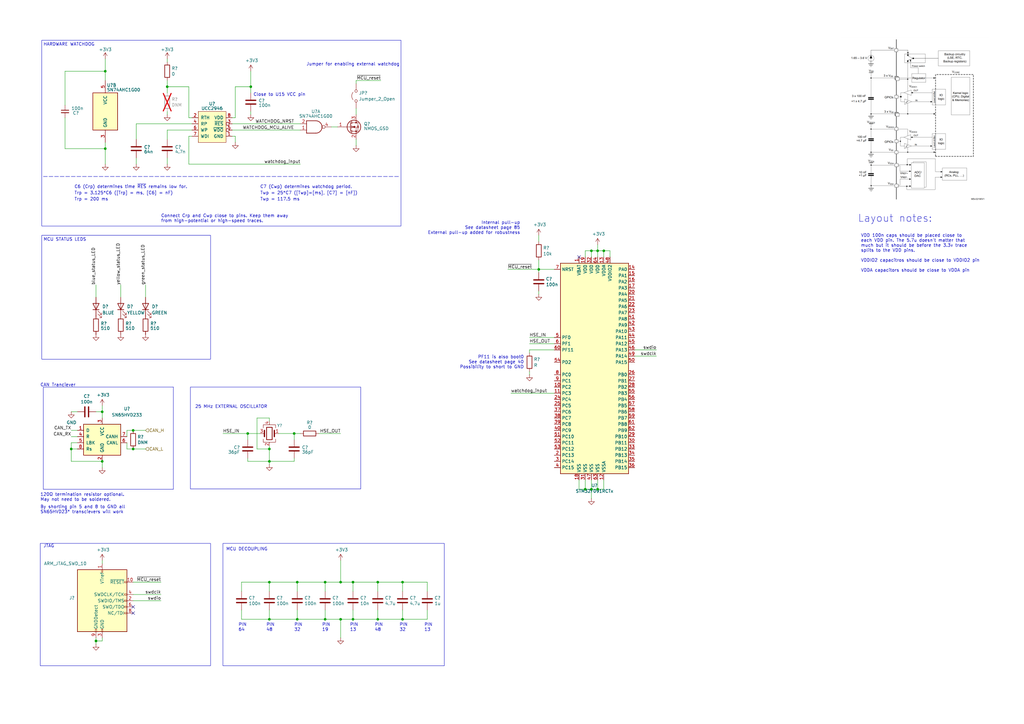
<source format=kicad_sch>
(kicad_sch (version 20250114) (generator "eeschema") (generator_version "9.0")
  (paper "A3")
  (title_block (title "Schematic Blocks") (date "2025-05-06") (rev "1.1") (company "KTH Formula Student") (comment 1 " - ") (comment 2 "Emil Nordahl") (comment 3 "emil.nordahl@kthformulastudent.se") (comment 4 "Top page"))
  (lib_symbols
    (symbol "Device:C" (pin_numbers (hide yes)) (pin_names (offset 0.254))
      (property "Reference" "C" (at 0.635 2.54 0))
      (property "Value" "C" (at 0.635 -2.54 0))
      (symbol "C_0_1"
        (polyline (pts (xy -2.032 0.762) (xy 2.032 0.762)) (stroke (width 0.508)))
        (polyline (pts (xy -2.032 -0.762) (xy 2.032 -0.762)) (stroke (width 0.508)))
      )
      (symbol "C_1_1"
        (pin passive line (at 0 3.81 270) (length 2.794) (name "~") (number "1"))
        (pin passive line (at 0 -3.81 90) (length 2.794) (name "~") (number "2"))
      )
    )
    (symbol "Device:C_Small" (pin_numbers (hide yes)) (pin_names (offset 0.254) (hide yes))
      (property "Reference" "C" (at 0.254 1.778 0))
      (property "Value" "C_Small" (at 0.254 -2.032 0))
      (symbol "C_Small_0_1"
        (polyline (pts (xy -1.524 0.508) (xy 1.524 0.508)) (stroke (width 0.3048)))
        (polyline (pts (xy -1.524 -0.508) (xy 1.524 -0.508)) (stroke (width 0.3302)))
      )
      (symbol "C_Small_1_1"
        (pin passive line (at 0 2.54 270) (length 2.032) (name "~") (number "1"))
        (pin passive line (at 0 -2.54 90) (length 2.032) (name "~") (number "2"))
      )
    )
    (symbol "Device:Crystal_GND24" (pin_names (offset 1.016) (hide yes))
      (property "Reference" "Y" (at 3.175 5.08 0))
      (property "Value" "Crystal_GND24" (at 3.175 3.175 0))
      (symbol "Crystal_GND24_0_1"
        (polyline (pts (xy -2.54 2.286) (xy -2.54 3.556) (xy 2.54 3.556) (xy 2.54 2.286)))
        (polyline (pts (xy -2.54 0) (xy -2.032 0)))
        (polyline (pts (xy -2.54 -2.286) (xy -2.54 -3.556) (xy 2.54 -3.556) (xy 2.54 -2.286)))
        (polyline (pts (xy -2.032 -1.27) (xy -2.032 1.27)) (stroke (width 0.508)))
        (rectangle (start -1.143 2.54) (end 1.143 -2.54) (stroke (width 0.3048)))
        (polyline (pts (xy 0 3.556) (xy 0 3.81)))
        (polyline (pts (xy 0 -3.81) (xy 0 -3.556)))
        (polyline (pts (xy 2.032 0) (xy 2.54 0)))
        (polyline (pts (xy 2.032 -1.27) (xy 2.032 1.27)) (stroke (width 0.508)))
      )
      (symbol "Crystal_GND24_1_1"
        (pin passive line (at -3.81 0 0) (length 1.27) (name "1") (number "1"))
        (pin passive line (at 0 5.08 270) (length 1.27) (name "2") (number "2"))
        (pin passive line (at 0 -5.08 90) (length 1.27) (name "4") (number "4"))
        (pin passive line (at 3.81 0 180) (length 1.27) (name "3") (number "3"))
      )
    )
    (symbol "Device:LED" (pin_numbers (hide yes)) (pin_names (offset 1.016) (hide yes))
      (property "Reference" "D" (at 0 2.54 0))
      (property "Value" "LED" (at 0 -2.54 0))
      (symbol "LED_0_1"
        (polyline (pts (xy -3.048 -0.762) (xy -4.572 -2.286) (xy -3.81 -2.286) (xy -4.572 -2.286) (xy -4.572 -1.524)))
        (polyline (pts (xy -1.778 -0.762) (xy -3.302 -2.286) (xy -2.54 -2.286) (xy -3.302 -2.286) (xy -3.302 -1.524)))
        (polyline (pts (xy -1.27 0) (xy 1.27 0)))
        (polyline (pts (xy -1.27 -1.27) (xy -1.27 1.27)) (stroke (width 0.254)))
        (polyline (pts (xy 1.27 -1.27) (xy 1.27 1.27) (xy -1.27 0) (xy 1.27 -1.27)) (stroke (width 0.254)))
      )
      (symbol "LED_1_1"
        (pin passive line (at -3.81 0 0) (length 2.54) (name "K") (number "1"))
        (pin passive line (at 3.81 0 180) (length 2.54) (name "A") (number "2"))
      )
    )
    (symbol "Device:R" (pin_numbers (hide yes)) (pin_names (offset 0))
      (property "Reference" "R" (at 2.032 0 90))
      (property "Value" "R" (at 0 0 90))
      (symbol "R_0_1"
        (rectangle (start -1.016 -2.54) (end 1.016 2.54) (stroke (width 0.254)))
      )
      (symbol "R_1_1"
        (pin passive line (at 0 3.81 270) (length 1.27) (name "~") (number "1"))
        (pin passive line (at 0 -3.81 90) (length 1.27) (name "~") (number "2"))
      )
    )
    (symbol "Interface_CAN_LIN:SN65HVD233" (pin_names (offset 1.016))
      (property "Reference" "U" (at -2.54 10.16 0))
      (property "Value" "SN65HVD233" (at -2.54 7.62 0))
      (symbol "SN65HVD233_0_1"
        (rectangle (start -7.62 5.08) (end 7.62 -7.62) (stroke (width 0.254)) (fill (type background)))
      )
      (symbol "SN65HVD233_1_1"
        (pin input line (at -10.16 2.54 0) (length 2.54) (name "D") (number "1"))
        (pin output line (at -10.16 0 0) (length 2.54) (name "R") (number "4"))
        (pin input line (at -10.16 -2.54 0) (length 2.54) (name "LBK") (number "5"))
        (pin input line (at -10.16 -5.08 0) (length 2.54) (name "Rs") (number "8"))
        (pin power_in line (at 0 7.62 270) (length 2.54) (name "VCC") (number "3"))
        (pin power_in line (at 0 -10.16 90) (length 2.54) (name "GND") (number "2"))
        (pin bidirectional line (at 10.16 0 180) (length 2.54) (name "CANH") (number "7"))
        (pin bidirectional line (at 10.16 -2.54 180) (length 2.54) (name "CANL") (number "6"))
      )
    )
    (symbol "Jumper:Jumper_2_Open" (pin_numbers (hide yes)) (pin_names (offset 0) (hide yes))
      (property "Reference" "JP" (at 0 2.794 0))
      (property "Value" "Jumper_2_Open" (at 0 -2.286 0))
      (symbol "Jumper_2_Open_0_0"
        (circle (center -2.032 0) (radius 0.508))
        (circle (center 2.032 0) (radius 0.508))
      )
      (symbol "Jumper_2_Open_0_1"
        (arc (start -1.524 1.27) (mid 0 1.778) (end 1.524 1.27))
      )
      (symbol "Jumper_2_Open_1_1"
        (pin passive line (at -5.08 0 0) (length 2.54) (name "A") (number "1"))
        (pin passive line (at 5.08 0 180) (length 2.54) (name "B") (number "2"))
      )
    )
    (symbol "KTHFS:ARM_JTAG_SWD_10" (pin_names (offset 1.016))
      (property "Reference" "J" (at 0 0 0))
      (property "Value" "ARM_JTAG_SWD_10" (at 0 0 0))
      (symbol "ARM_JTAG_SWD_10_1_1"
        (rectangle (start -10.16 13.97) (end 10.16 -11.43) (stroke (width 0.254)) (fill (type background)))
        (rectangle (start -2.794 -11.43) (end -2.286 -10.414))
        (rectangle (start -0.254 13.97) (end 0.254 12.954))
        (rectangle (start -0.254 -11.43) (end 0.254 -10.414))
        (rectangle (start 9.144 3.556) (end 10.16 4.064))
        (rectangle (start 9.144 -4.064) (end 10.16 -3.556))
        (rectangle (start 10.16 9.144) (end 9.144 8.636))
        (rectangle (start 10.16 1.016) (end 9.144 1.524))
        (rectangle (start 10.16 -1.524) (end 9.144 -1.016))
        (pin no_connect line (at -10.16 1.27 0) (length 2.54) (hide yes) (name "KEY") (number "7"))
        (pin passive line (at -2.54 -13.97 90) (length 2.54) (name "GNDDetect") (number "9"))
        (pin power_in line (at 0 16.51 270) (length 2.54) (name "VTref") (number "1"))
        (pin power_in line (at 0 -13.97 90) (length 2.54) (name "GND") (number "3"))
        (pin passive line (at 0 -13.97 90) (length 2.54) (hide yes) (name "GND") (number "5"))
        (pin open_collector line (at 12.7 8.89 180) (length 2.54) (name "~{RESET}") (number "10"))
        (pin output line (at 12.7 3.81 180) (length 2.54) (name "SWDCLK/TCK") (number "4"))
        (pin bidirectional line (at 12.7 1.27 180) (length 2.54) (name "SWDIO/TMS") (number "2"))
        (pin input line (at 12.7 -1.27 180) (length 2.54) (name "SWO/TDO") (number "6"))
        (pin output line (at 12.7 -3.81 180) (length 2.54) (name "NC/TDI") (number "8"))
      )
    )
    (symbol "KTHFS:SN74AHC1G00" (pin_names (offset 1.016))
      (property "Reference" "U" (at 5.08 -1.27 0))
      (property "Value" "SN74AHC1G00" (at -11.43 8.89 0))
      (symbol "SN74AHC1G00_1_1"
        (polyline (pts (xy -3.81 2.54) (xy -3.81 -2.54)) (stroke (width 0.254)))
        (arc (start 2.54 0) (mid 1.7834 -1.7834) (end 0 -2.54) (stroke (width 0.254)))
        (polyline (pts (xy 0 2.54) (xy -3.81 2.54)) (stroke (width 0.254)) (fill (type background)))
        (polyline (pts (xy 0 -2.54) (xy -3.81 -2.54)) (stroke (width 0.254)) (fill (type background)))
        (arc (start 0 2.54) (mid 1.8013 1.8013) (end 2.54 0) (stroke (width 0.254)))
        (pin input line (at -6.35 1.27 0) (length 2.54) (name "~") (number "1"))
        (pin input line (at -6.35 -1.27 0) (length 2.54) (name "~") (number "2"))
        (pin output inverted (at 6.35 0 180) (length 3.81) (name "~") (number "4"))
      )
      (symbol "SN74AHC1G00_2_1"
        (rectangle (start -5.08 7.62) (end 5.08 -7.62) (stroke (width 0.254)) (fill (type background)))
        (pin power_in line (at 0 12.7 270) (length 5.08) (name "VCC") (number "5"))
        (pin power_in line (at 0 -12.7 90) (length 5.08) (name "GND") (number "3"))
      )
    )
    (symbol "KTHFS:UCC2946" (pin_names (offset 1.016))
      (property "Reference" "U" (at -3.81 8.89 0))
      (property "Value" "UCC2946" (at 1.27 -6.35 0))
      (symbol "UCC2946_0_1"
        (rectangle (start 6.35 7.62) (end -5.08 -5.08) (fill (type background)))
      )
      (symbol "UCC2946_1_1"
        (pin input line (at -7.62 5.08 0) (length 2.54) (name "RTH") (number "2"))
        (pin input line (at -7.62 2.54 0) (length 2.54) (name "RP") (number "4"))
        (pin input line (at -7.62 0 0) (length 2.54) (name "WP") (number "6"))
        (pin input line (at -7.62 -2.54 0) (length 2.54) (name "WDI") (number "7"))
        (pin power_in line (at 8.89 5.08 180) (length 2.54) (name "VDD") (number "8"))
        (pin output inverted (at 8.89 2.54 180) (length 2.54) (name "~{RES}") (number "3"))
        (pin output inverted (at 8.89 0 180) (length 2.54) (name "~{WDO}") (number "5"))
        (pin power_in line (at 8.89 -2.54 180) (length 2.54) (name "GND") (number "1"))
      )
    )
    (symbol "Transistor_FET:Q_NMOS_GSD" (pin_names (offset 0) (hide yes))
      (property "Reference" "Q" (at 5.08 1.905 0))
      (property "Value" "Q_NMOS_GSD" (at 5.08 0 0))
      (symbol "Q_NMOS_GSD_0_1"
        (polyline (pts (xy 0.254 1.905) (xy 0.254 -1.905)) (stroke (width 0.254)))
        (polyline (pts (xy 0.254 0) (xy -2.54 0)))
        (polyline (pts (xy 0.762 2.286) (xy 0.762 1.27)) (stroke (width 0.254)))
        (polyline (pts (xy 0.762 0.508) (xy 0.762 -0.508)) (stroke (width 0.254)))
        (polyline (pts (xy 0.762 -1.27) (xy 0.762 -2.286)) (stroke (width 0.254)))
        (polyline (pts (xy 0.762 -1.778) (xy 3.302 -1.778) (xy 3.302 1.778) (xy 0.762 1.778)))
        (polyline (pts (xy 1.016 0) (xy 2.032 0.381) (xy 2.032 -0.381) (xy 1.016 0)) (fill (type outline)))
        (circle (center 1.651 0) (radius 2.794) (stroke (width 0.254)))
        (polyline (pts (xy 2.54 2.54) (xy 2.54 1.778)))
        (circle (center 2.54 1.778) (radius 0.254) (fill (type outline)))
        (circle (center 2.54 -1.778) (radius 0.254) (fill (type outline)))
        (polyline (pts (xy 2.54 -2.54) (xy 2.54 0) (xy 0.762 0)))
        (polyline (pts (xy 2.921 0.381) (xy 3.683 0.381)))
        (polyline (pts (xy 3.302 0.381) (xy 2.921 -0.254) (xy 3.683 -0.254) (xy 3.302 0.381)))
      )
      (symbol "Q_NMOS_GSD_1_1"
        (pin input line (at -5.08 0 0) (length 2.54) (name "G") (number "1"))
        (pin passive line (at 2.54 5.08 270) (length 2.54) (name "D") (number "3"))
        (pin passive line (at 2.54 -5.08 90) (length 2.54) (name "S") (number "2"))
      )
    )
    (symbol "blocks-rescue:+3.3V-power" (power) (pin_names (offset 0))
      (property "Value" "+3.3V-power" (at 0 3.556 0))
      (symbol "+3.3V-power_0_1"
        (polyline (pts (xy -0.762 1.27) (xy 0 2.54)))
        (polyline (pts (xy 0 2.54) (xy 0.762 1.27)))
        (polyline (pts (xy 0 0) (xy 0 2.54)))
      )
      (symbol "+3.3V-power_1_1"
        (pin power_in line (at 0 0 90) (length 0) (hide yes) (name "+3V3") (number "1"))
      )
    )
    (symbol "blocks-rescue:STM32F091RCTx-MCU_ST_STM32F0"
      (property "Reference" "U" (at -15.24 44.45 0))
      (property "Value" "MCU_ST_STM32F0_STM32F091RCTx" (at 7.62 44.45 0))
      (symbol "STM32F091RCTx-MCU_ST_STM32F0_0_1"
        (rectangle (start -15.24 -43.18) (end 12.7 43.18) (stroke (width 0.254)) (fill (type background)))
      )
      (symbol "STM32F091RCTx-MCU_ST_STM32F0_1_1"
        (pin input line (at -17.78 40.64 0) (length 2.54) (name "NRST") (number "7"))
        (pin input line (at -17.78 12.7 0) (length 2.54) (name "PF0") (number "5"))
        (pin input line (at -17.78 10.16 0) (length 2.54) (name "PF1") (number "6"))
        (pin bidirectional line (at -17.78 7.62 0) (length 2.54) (name "PF11") (number "60"))
        (pin bidirectional line (at -17.78 2.54 0) (length 2.54) (name "PD2") (number "54"))
        (pin bidirectional line (at -17.78 -2.54 0) (length 2.54) (name "PC0") (number "8"))
        (pin bidirectional line (at -17.78 -5.08 0) (length 2.54) (name "PC1") (number "9"))
        (pin bidirectional line (at -17.78 -7.62 0) (length 2.54) (name "PC2") (number "10"))
        (pin bidirectional line (at -17.78 -10.16 0) (length 2.54) (name "PC3") (number "11"))
        (pin bidirectional line (at -17.78 -12.7 0) (length 2.54) (name "PC4") (number "24"))
        (pin bidirectional line (at -17.78 -15.24 0) (length 2.54) (name "PC5") (number "25"))
        (pin bidirectional line (at -17.78 -17.78 0) (length 2.54) (name "PC6") (number "37"))
        (pin bidirectional line (at -17.78 -20.32 0) (length 2.54) (name "PC7") (number "38"))
        (pin bidirectional line (at -17.78 -22.86 0) (length 2.54) (name "PC8") (number "39"))
        (pin bidirectional line (at -17.78 -25.4 0) (length 2.54) (name "PC9") (number "40"))
        (pin bidirectional line (at -17.78 -27.94 0) (length 2.54) (name "PC10") (number "51"))
        (pin bidirectional line (at -17.78 -30.48 0) (length 2.54) (name "PC11") (number "52"))
        (pin bidirectional line (at -17.78 -33.02 0) (length 2.54) (name "PC12") (number "53"))
        (pin bidirectional line (at -17.78 -35.56 0) (length 2.54) (name "PC13") (number "2"))
        (pin bidirectional line (at -17.78 -38.1 0) (length 2.54) (name "PC14") (number "3"))
        (pin bidirectional line (at -17.78 -40.64 0) (length 2.54) (name "PC15") (number "4"))
        (pin power_in line (at -7.62 45.72 270) (length 2.54) (name "VBAT") (number "1"))
        (pin power_in line (at -7.62 -45.72 90) (length 2.54) (name "VSS") (number "18"))
        (pin power_in line (at -5.08 45.72 270) (length 2.54) (name "VDD") (number "19"))
        (pin power_in line (at -5.08 -45.72 90) (length 2.54) (name "VSS") (number "31"))
        (pin power_in line (at -2.54 45.72 270) (length 2.54) (name "VDD") (number "32"))
        (pin power_in line (at -2.54 -45.72 90) (length 2.54) (name "VSS") (number "47"))
        (pin power_in line (at 0 45.72 270) (length 2.54) (name "VDD") (number "64"))
        (pin power_in line (at 0 -45.72 90) (length 2.54) (name "VSS") (number "63"))
        (pin power_in line (at 2.54 45.72 270) (length 2.54) (name "VDDA") (number "13"))
        (pin power_in line (at 2.54 -45.72 90) (length 2.54) (name "VSSA") (number "12"))
        (pin power_in line (at 5.08 45.72 270) (length 2.54) (name "VDDIO2") (number "48"))
        (pin bidirectional line (at 15.24 40.64 180) (length 2.54) (name "PA0") (number "14"))
        (pin bidirectional line (at 15.24 38.1 180) (length 2.54) (name "PA1") (number "15"))
        (pin bidirectional line (at 15.24 35.56 180) (length 2.54) (name "PA2") (number "16"))
        (pin bidirectional line (at 15.24 33.02 180) (length 2.54) (name "PA3") (number "17"))
        (pin bidirectional line (at 15.24 30.48 180) (length 2.54) (name "PA4") (number "20"))
        (pin bidirectional line (at 15.24 27.94 180) (length 2.54) (name "PA5") (number "21"))
        (pin bidirectional line (at 15.24 25.4 180) (length 2.54) (name "PA6") (number "22"))
        (pin bidirectional line (at 15.24 22.86 180) (length 2.54) (name "PA7") (number "23"))
        (pin bidirectional line (at 15.24 20.32 180) (length 2.54) (name "PA8") (number "41"))
        (pin bidirectional line (at 15.24 17.78 180) (length 2.54) (name "PA9") (number "42"))
        (pin bidirectional line (at 15.24 15.24 180) (length 2.54) (name "PA10") (number "43"))
        (pin bidirectional line (at 15.24 12.7 180) (length 2.54) (name "PA11") (number "44"))
        (pin bidirectional line (at 15.24 10.16 180) (length 2.54) (name "PA12") (number "45"))
        (pin bidirectional line (at 15.24 7.62 180) (length 2.54) (name "PA13") (number "46"))
        (pin bidirectional line (at 15.24 5.08 180) (length 2.54) (name "PA14") (number "49"))
        (pin bidirectional line (at 15.24 2.54 180) (length 2.54) (name "PA15") (number "50"))
        (pin bidirectional line (at 15.24 -2.54 180) (length 2.54) (name "PB0") (number "26"))
        (pin bidirectional line (at 15.24 -5.08 180) (length 2.54) (name "PB1") (number "27"))
        (pin bidirectional line (at 15.24 -7.62 180) (length 2.54) (name "PB2") (number "28"))
        (pin bidirectional line (at 15.24 -10.16 180) (length 2.54) (name "PB3") (number "55"))
        (pin bidirectional line (at 15.24 -12.7 180) (length 2.54) (name "PB4") (number "56"))
        (pin bidirectional line (at 15.24 -15.24 180) (length 2.54) (name "PB5") (number "57"))
        (pin bidirectional line (at 15.24 -17.78 180) (length 2.54) (name "PB6") (number "58"))
        (pin bidirectional line (at 15.24 -20.32 180) (length 2.54) (name "PB7") (number "59"))
        (pin bidirectional line (at 15.24 -22.86 180) (length 2.54) (name "PB8") (number "61"))
        (pin bidirectional line (at 15.24 -25.4 180) (length 2.54) (name "PB9") (number "62"))
        (pin bidirectional line (at 15.24 -27.94 180) (length 2.54) (name "PB10") (number "29"))
        (pin bidirectional line (at 15.24 -30.48 180) (length 2.54) (name "PB11") (number "30"))
        (pin bidirectional line (at 15.24 -33.02 180) (length 2.54) (name "PB12") (number "33"))
        (pin bidirectional line (at 15.24 -35.56 180) (length 2.54) (name "PB13") (number "34"))
        (pin bidirectional line (at 15.24 -38.1 180) (length 2.54) (name "PB14") (number "35"))
        (pin bidirectional line (at 15.24 -40.64 180) (length 2.54) (name "PB15") (number "36"))
      )
    )
    (symbol "power:+3.3V" (power) (pin_numbers (hide yes)) (pin_names (offset 0) (hide yes))
      (property "Value" "+3.3V" (at 0 3.556 0))
      (symbol "+3.3V_0_1"
        (polyline (pts (xy -0.762 1.27) (xy 0 2.54)))
        (polyline (pts (xy 0 2.54) (xy 0.762 1.27)))
        (polyline (pts (xy 0 0) (xy 0 2.54)))
      )
      (symbol "+3.3V_1_1"
        (pin power_in line (at 0 0 90) (length 0) (name "~") (number "1"))
      )
    )
    (symbol "power:GND" (power) (pin_numbers (hide yes)) (pin_names (offset 0) (hide yes))
      (property "Value" "GND" (at 0 -3.81 0))
      (symbol "GND_0_1"
        (polyline (pts (xy 0 0) (xy 0 -1.27) (xy 1.27 -1.27) (xy 0 -2.54) (xy -1.27 -1.27) (xy 0 -1.27)))
      )
      (symbol "GND_1_1"
        (pin power_in line (at 0 0 270) (length 0) (name "~") (number "1"))
      )
    )
  )
  (rectangle (start 17.145 96.52) (end 86.36 147.32))
  (rectangle (start 16.51 222.885) (end 86.36 273.05))
  (rectangle (start 78.105 158.75) (end 147.955 200.533))
  (rectangle (start 17.145 16.51) (end 164.465 92.71))
  (rectangle (start 91.44 222.885) (end 182.245 273.05))
  (text "C7 (Cwp) determines watchdog period." (at 106.68 77.47 0) (effects (font (size 1.27 1.27)) (justify left bottom)))
  (text "PIN\n13" (at 173.99 259.08 0) (effects (font (size 1.27 1.27)) (justify left bottom)))
  (text "Twp = 25*C7 ([Twp]=[ms], [C7] = [nF])" (at 106.68 80.01 0) (effects (font (size 1.27 1.27)) (justify left bottom)))
  (text "PIN\n19" (at 132.08 259.08 0) (effects (font (size 1.27 1.27)) (justify left bottom)))
  (text "MCU DECOUPLING" (at 92.71 226.06 0) (effects (font (size 1.27 1.27)) (justify left bottom)))
  (text "Twp = 117.5 ms" (at 106.68 82.55 0) (effects (font (size 1.27 1.27)) (justify left bottom)))
  (text "Jumper for enabling external watchdog\n" (at 144.78 26.416 0) (effects (font (size 1.27 1.27))))
  (text "120Ω termination resistor optional. \nMay not need to be soldered." (at 16.51 205.74 0) (effects (font (size 1.27 1.27)) (justify left bottom)))
  (text "JTAG" (at 17.78 224.79 0) (effects (font (size 1.27 1.27)) (justify left bottom)))
  (text "HARDWARE WATCHDOG" (at 17.78 19.05 0) (effects (font (size 1.27 1.27)) (justify left bottom)))
  (text "CAN Tranciever" (at 16.51 158.75 0) (effects (font (size 1.27 1.27)) (justify left bottom)))
  (text "Connect Crp and Cwp close to pins. Keep them away \nfrom high-potential or high-speed traces.\n" (at 66.04 91.44 0) (effects (font (size 1.27 1.27)) (justify left bottom)))
  (text "PIN\n48" (at 153.67 259.08 0) (effects (font (size 1.27 1.27)) (justify left bottom)))
  (text "PIN\n32" (at 163.83 259.08 0) (effects (font (size 1.27 1.27)) (justify left bottom)))
  (text "Trp = 3.125*C6 ([Trp] = ms, [C6] = nF)" (at 30.48 80.01 0) (effects (font (size 1.27 1.27)) (justify left bottom)))
  (text "VDD 100n caps should be placed close to\neach VDD pin. The 5.7u doesn't matter that\nmuch but it should be before the 3.3v trace\nsplits to the VDD pins.\n\nVDDIO2 capacitros should be close to VDDIO2 pin\n\nVDDA capacitors should be close to VDDA pin" (at 353.06 111.76 0) (effects (font (size 1.27 1.27)) (justify left bottom)))
  (text "Layout notes:" (at 351.79 91.44 0) (effects (font (size 2.9972 2.9972)) (justify left bottom)))
  (text "PF11 is also boot0\nSee datasheet page 40\nPossibility to short to GND\n" (at 214.884 148.59 0) (effects (font (size 1.27 1.27)) (justify right)))
  (text "PIN\n32" (at 120.65 259.08 0) (effects (font (size 1.27 1.27)) (justify left bottom)))
  (text "Close to U15 VCC pin\n" (at 103.886 39.624 0) (effects (font (size 1.27 1.27)) (justify left bottom)))
  (text "25 MHz EXTERNAL OSCILLATOR" (at 80.01 167.64 0) (effects (font (size 1.27 1.27)) (justify left bottom)))
  (text "Internal pull-up\nSee datasheet page 85\nExternal pull-up added for robustness" (at 213.36 96.266 0) (effects (font (size 1.27 1.27)) (justify right bottom)))
  (text "PIN\n13" (at 143.51 259.08 0) (effects (font (size 1.27 1.27)) (justify left bottom)))
  (text "PIN\n48" (at 109.22 259.08 0) (effects (font (size 1.27 1.27)) (justify left bottom)))
  (text "Trp = 200 ms" (at 30.48 82.55 0) (effects (font (size 1.27 1.27)) (justify left bottom)))
  (text "By shorting pin 5 and 8 to GND all\nSN65HVD23* transcievers will work" (at 16.51 210.82 0) (effects (font (size 1.27 1.27)) (justify left bottom)))
  (text "MCU STATUS LEDS" (at 17.78 99.06 0) (effects (font (size 1.27 1.27)) (justify left bottom)))
  (text "PIN\n64" (at 97.79 259.08 0) (effects (font (size 1.27 1.27)) (justify left bottom)))
  (text "C6 (Crp) determines time ~{RES} remains low for.\n" (at 30.48 77.47 0) (effects (font (size 1.27 1.27)) (justify left bottom)))
  (junction (at 110.49 254))
  (junction (at 43.18 60.96))
  (junction (at 139.7 238.76))
  (junction (at 133.35 238.76))
  (junction (at 39.37 262.89))
  (junction (at 101.6 177.8))
  (junction (at 220.98 110.49))
  (junction (at 43.18 29.21))
  (junction (at 165.1 238.76))
  (junction (at 139.7 254))
  (junction (at 41.91 189.23))
  (junction (at 165.1 254))
  (junction (at 144.78 254))
  (junction (at 240.03 200.66))
  (junction (at 54.61 176.53))
  (junction (at 102.87 35.56))
  (junction (at 144.78 238.76))
  (junction (at 154.94 238.76))
  (junction (at 121.92 238.76))
  (junction (at 245.11 200.66))
  (junction (at 110.49 189.23))
  (junction (at 242.57 102.87))
  (junction (at 245.11 102.87))
  (junction (at 121.92 254))
  (junction (at 54.61 184.15))
  (junction (at 120.65 177.8))
  (junction (at 242.57 200.66))
  (junction (at 133.35 254))
  (junction (at 41.91 168.91))
  (junction (at 29.21 184.15))
  (junction (at 154.94 254))
  (junction (at 110.49 238.76))
  (junction (at 247.65 102.87))
  (junction (at 110.49 184.15))
  (junction (at 68.58 35.56))
  (no_connect (at 54.61 248.92))
  (no_connect (at 237.49 105.41))
  (no_connect (at 54.61 251.46))
  (wire (pts (xy 99.06 242.57) (xy 99.06 238.76)))
  (wire (pts (xy 139.7 177.8) (xy 130.81 177.8)))
  (wire (pts (xy 144.78 238.76) (xy 144.78 242.57)))
  (wire (pts (xy 121.92 250.19) (xy 121.92 254)))
  (wire (pts (xy 245.11 102.87) (xy 245.11 105.41)))
  (wire (pts (xy 102.87 29.21) (xy 102.87 35.56)))
  (wire (pts (xy 29.21 189.23) (xy 41.91 189.23)))
  (wire (pts (xy 95.25 55.88) (xy 96.52 55.88)))
  (wire (pts (xy 146.05 44.45) (xy 146.05 46.99)))
  (wire (pts (xy 240.03 102.87) (xy 242.57 102.87)))
  (wire (pts (xy 101.6 177.8) (xy 101.6 180.34)))
  (wire (pts (xy 240.03 196.85) (xy 240.03 200.66)))
  (wire (pts (xy 165.1 238.76) (xy 175.26 238.76)))
  (wire (pts (xy 77.47 55.88) (xy 78.74 55.88)))
  (wire (pts (xy 220.98 110.49) (xy 220.98 111.76)))
  (wire (pts (xy 114.3 177.8) (xy 120.65 177.8)))
  (wire (pts (xy 245.11 102.87) (xy 247.65 102.87)))
  (wire (pts (xy 95.25 53.34) (xy 123.19 53.34)))
  (wire (pts (xy 105.41 184.15) (xy 110.49 184.15)))
  (wire (pts (xy 121.92 254) (xy 133.35 254)))
  (wire (pts (xy 43.18 58.42) (xy 43.18 60.96)))
  (wire (pts (xy 217.17 138.43) (xy 227.33 138.43)))
  (wire (pts (xy 101.6 189.23) (xy 110.49 189.23)))
  (wire (pts (xy 208.28 110.49) (xy 220.98 110.49)))
  (wire (pts (xy 77.47 55.88) (xy 77.47 67.31)))
  (wire (pts (xy 110.49 171.45) (xy 110.49 172.72)))
  (wire (pts (xy 54.61 238.76) (xy 66.04 238.76)))
  (wire (pts (xy 26.67 29.21) (xy 43.18 29.21)))
  (wire (pts (xy 99.06 250.19) (xy 99.06 254)))
  (wire (pts (xy 39.37 168.91) (xy 41.91 168.91)))
  (wire (pts (xy 77.47 67.31) (xy 123.19 67.31)))
  (polyline (pts (xy 71.12 158.75) (xy 71.12 200.66)))
  (wire (pts (xy 68.58 64.77) (xy 68.58 67.31)))
  (wire (pts (xy 99.06 254) (xy 110.49 254)))
  (wire (pts (xy 110.49 242.57) (xy 110.49 238.76)))
  (wire (pts (xy 242.57 204.47) (xy 242.57 200.66)))
  (wire (pts (xy 41.91 189.23) (xy 41.91 191.77)))
  (wire (pts (xy 146.05 57.15) (xy 146.05 59.69)))
  (wire (pts (xy 110.49 254) (xy 121.92 254)))
  (wire (pts (xy 242.57 200.66) (xy 245.11 200.66)))
  (wire (pts (xy 175.26 238.76) (xy 175.26 242.57)))
  (wire (pts (xy 144.78 250.19) (xy 144.78 254)))
  (polyline (pts (xy 17.78 158.75) (xy 17.78 200.66)))
  (wire (pts (xy 59.69 116.84) (xy 59.69 121.92)))
  (wire (pts (xy 91.44 177.8) (xy 101.6 177.8)))
  (wire (pts (xy 54.61 176.53) (xy 59.69 176.53)))
  (wire (pts (xy 154.94 250.19) (xy 154.94 254)))
  (wire (pts (xy 39.37 116.84) (xy 39.37 121.92)))
  (wire (pts (xy 135.89 52.07) (xy 138.43 52.07)))
  (wire (pts (xy 110.49 184.15) (xy 110.49 189.23)))
  (wire (pts (xy 242.57 105.41) (xy 242.57 102.87)))
  (wire (pts (xy 55.88 50.8) (xy 55.88 57.15)))
  (wire (pts (xy 52.07 176.53) (xy 54.61 176.53)))
  (wire (pts (xy 247.65 200.66) (xy 247.65 196.85)))
  (wire (pts (xy 54.61 184.15) (xy 59.69 184.15)))
  (wire (pts (xy 31.75 181.61) (xy 29.21 181.61)))
  (wire (pts (xy 110.49 189.23) (xy 120.65 189.23)))
  (wire (pts (xy 95.25 48.26) (xy 96.52 48.26)))
  (wire (pts (xy 43.18 60.96) (xy 43.18 67.31)))
  (wire (pts (xy 52.07 181.61) (xy 52.07 184.15)))
  (polyline (pts (xy 17.78 158.75) (xy 71.12 158.75)))
  (wire (pts (xy 175.26 254) (xy 175.26 250.19)))
  (wire (pts (xy 39.37 264.16) (xy 39.37 262.89)))
  (wire (pts (xy 237.49 200.66) (xy 240.03 200.66)))
  (wire (pts (xy 220.98 120.65) (xy 220.98 119.38)))
  (wire (pts (xy 39.37 262.89) (xy 41.91 262.89)))
  (wire (pts (xy 31.75 179.07) (xy 29.21 179.07)))
  (wire (pts (xy 101.6 187.96) (xy 101.6 189.23)))
  (wire (pts (xy 133.35 238.76) (xy 139.7 238.76)))
  (wire (pts (xy 41.91 231.14) (xy 41.91 229.87)))
  (wire (pts (xy 220.98 96.52) (xy 220.98 99.06)))
  (wire (pts (xy 217.17 152.4) (xy 217.17 153.67)))
  (wire (pts (xy 110.49 189.23) (xy 110.49 190.5)))
  (wire (pts (xy 78.74 48.26) (xy 77.47 48.26)))
  (wire (pts (xy 54.61 243.84) (xy 66.04 243.84)))
  (wire (pts (xy 144.78 238.76) (xy 154.94 238.76)))
  (wire (pts (xy 260.35 143.51) (xy 269.24 143.51)))
  (wire (pts (xy 31.75 184.15) (xy 29.21 184.15)))
  (wire (pts (xy 146.05 33.02) (xy 146.05 34.29)))
  (wire (pts (xy 102.87 35.56) (xy 102.87 38.1)))
  (wire (pts (xy 144.78 254) (xy 154.94 254)))
  (wire (pts (xy 68.58 35.56) (xy 68.58 38.1)))
  (wire (pts (xy 242.57 200.66) (xy 242.57 196.85)))
  (wire (pts (xy 68.58 24.13) (xy 68.58 25.4)))
  (wire (pts (xy 96.52 35.56) (xy 96.52 48.26)))
  (wire (pts (xy 29.21 184.15) (xy 29.21 189.23)))
  (wire (pts (xy 68.58 35.56) (xy 77.47 35.56)))
  (wire (pts (xy 54.61 246.38) (xy 66.04 246.38)))
  (wire (pts (xy 139.7 261.62) (xy 139.7 254)))
  (wire (pts (xy 120.65 177.8) (xy 120.65 180.34)))
  (wire (pts (xy 120.65 187.96) (xy 120.65 189.23)))
  (wire (pts (xy 41.91 166.37) (xy 41.91 168.91)))
  (wire (pts (xy 55.88 50.8) (xy 78.74 50.8)))
  (wire (pts (xy 96.52 35.56) (xy 102.87 35.56)))
  (wire (pts (xy 96.52 55.88) (xy 96.52 58.42)))
  (wire (pts (xy 133.35 250.19) (xy 133.35 254)))
  (wire (pts (xy 106.68 177.8) (xy 101.6 177.8)))
  (wire (pts (xy 95.25 50.8) (xy 123.19 50.8)))
  (wire (pts (xy 52.07 184.15) (xy 54.61 184.15)))
  (wire (pts (xy 245.11 200.66) (xy 247.65 200.66)))
  (wire (pts (xy 146.05 33.02) (xy 156.21 33.02)))
  (wire (pts (xy 105.41 171.45) (xy 105.41 184.15)))
  (wire (pts (xy 68.58 53.34) (xy 68.58 57.15)))
  (wire (pts (xy 123.19 177.8) (xy 120.65 177.8)))
  (wire (pts (xy 26.67 29.21) (xy 26.67 43.18)))
  (wire (pts (xy 220.98 106.68) (xy 220.98 110.49)))
  (wire (pts (xy 154.94 238.76) (xy 165.1 238.76)))
  (wire (pts (xy 102.87 45.72) (xy 102.87 46.99)))
  (wire (pts (xy 217.17 140.97) (xy 227.33 140.97)))
  (wire (pts (xy 99.06 238.76) (xy 110.49 238.76)))
  (wire (pts (xy 133.35 254) (xy 139.7 254)))
  (wire (pts (xy 209.55 161.29) (xy 227.33 161.29)))
  (wire (pts (xy 245.11 196.85) (xy 245.11 200.66)))
  (wire (pts (xy 154.94 254) (xy 165.1 254)))
  (wire (pts (xy 110.49 182.88) (xy 110.49 184.15)))
  (wire (pts (xy 240.03 105.41) (xy 240.03 102.87)))
  (wire (pts (xy 269.24 146.05) (xy 260.35 146.05)))
  (wire (pts (xy 29.21 181.61) (xy 29.21 184.15)))
  (wire (pts (xy 110.49 171.45) (xy 105.41 171.45)))
  (polyline (pts (xy 17.78 72.39) (xy 163.83 72.39)) (stroke (width 0) (type dash)))
  (wire (pts (xy 68.58 33.02) (xy 68.58 35.56)))
  (wire (pts (xy 39.37 262.89) (xy 39.37 261.62)))
  (wire (pts (xy 68.58 45.72) (xy 68.58 46.99)))
  (wire (pts (xy 139.7 254) (xy 144.78 254)))
  (wire (pts (xy 165.1 254) (xy 175.26 254)))
  (wire (pts (xy 31.75 176.53) (xy 29.21 176.53)))
  (wire (pts (xy 165.1 250.19) (xy 165.1 254)))
  (wire (pts (xy 220.98 110.49) (xy 227.33 110.49)))
  (wire (pts (xy 154.94 242.57) (xy 154.94 238.76)))
  (wire (pts (xy 121.92 238.76) (xy 133.35 238.76)))
  (wire (pts (xy 43.18 29.21) (xy 43.18 33.02)))
  (wire (pts (xy 110.49 250.19) (xy 110.49 254)))
  (wire (pts (xy 165.1 242.57) (xy 165.1 238.76)))
  (wire (pts (xy 49.53 116.84) (xy 49.53 121.92)))
  (wire (pts (xy 217.17 144.78) (xy 217.17 143.51)))
  (wire (pts (xy 43.18 24.13) (xy 43.18 29.21)))
  (wire (pts (xy 139.7 238.76) (xy 144.78 238.76)))
  (wire (pts (xy 55.88 64.77) (xy 55.88 67.31)))
  (wire (pts (xy 237.49 196.85) (xy 237.49 200.66)))
  (wire (pts (xy 240.03 200.66) (xy 242.57 200.66)))
  (wire (pts (xy 26.67 60.96) (xy 43.18 60.96)))
  (wire (pts (xy 121.92 242.57) (xy 121.92 238.76)))
  (wire (pts (xy 250.19 102.87) (xy 250.19 105.41)))
  (wire (pts (xy 247.65 105.41) (xy 247.65 102.87)))
  (wire (pts (xy 247.65 102.87) (xy 250.19 102.87)))
  (wire (pts (xy 68.58 53.34) (xy 78.74 53.34)))
  (wire (pts (xy 110.49 238.76) (xy 121.92 238.76)))
  (wire (pts (xy 77.47 48.26) (xy 77.47 35.56)))
  (wire (pts (xy 31.75 168.91) (xy 29.21 168.91)))
  (polyline (pts (xy 71.12 200.66) (xy 17.78 200.66)))
  (wire (pts (xy 41.91 168.91) (xy 41.91 171.45)))
  (wire (pts (xy 26.67 48.26) (xy 26.67 60.96)))
  (wire (pts (xy 217.17 143.51) (xy 227.33 143.51)))
  (wire (pts (xy 245.11 100.33) (xy 245.11 102.87)))
  (wire (pts (xy 41.91 262.89) (xy 41.91 261.62)))
  (wire (pts (xy 133.35 242.57) (xy 133.35 238.76)))
  (wire (pts (xy 242.57 102.87) (xy 245.11 102.87)))
  (wire (pts (xy 52.07 179.07) (xy 52.07 176.53)))
  (wire (pts (xy 139.7 229.87) (xy 139.7 238.76)))
  (image (at 375.285 49.53) (scale 0.392))
  (label "HSE_IN" (at 91.44 177.8 0))
  (label "blue_status_LED" (at 39.37 116.84 90))
  (label "watchdog_input" (at 209.55 161.29 0))
  (label "watchdog_input" (at 123.19 67.31 180))
  (label "HSE_OUT" (at 217.17 140.97 0))
  (label "green_status_LED" (at 59.69 116.84 90))
  (label "~{MCU_reset}" (at 156.21 33.02 180))
  (label "yellow_status_LED" (at 49.53 116.84 90))
  (label "WATCHDOG_MCU_ALIVE" (at 120.65 53.34 180))
  (label "HSE_OUT" (at 139.7 177.8 180))
  (label "WATCHDOG_NRST" (at 120.65 50.8 180))
  (label "swdclk" (at 269.24 146.05 180))
  (label "CAN_RX" (at 29.21 179.07 180))
  (label "swdclk" (at 66.04 243.84 180))
  (label "HSE_IN" (at 217.17 138.43 0))
  (label "CAN_TX" (at 29.21 176.53 180))
  (label "swdio" (at 66.04 246.38 180))
  (label "~{MCU_reset}" (at 66.04 238.76 180))
  (label "~{MCU_reset}" (at 208.28 110.49 0))
  (label "swdio" (at 269.24 143.51 180))
  (hierarchical_label "CAN_H" (shape input) (at 59.69 176.53 0))
  (hierarchical_label "CAN_L" (shape input) (at 59.69 184.15 0))
  (symbol (lib_id "blocks-rescue:STM32F091RCTx-MCU_ST_STM32F0") (at 245.11 151.13 0) (unit 1)
    (property "Reference" "U?" (at 243.84 199.1106 0))
    (property "Value" "STM32F091RCTx" (at 243.84 201.422 0))
    (property "Footprint" "Package_QFP:LQFP-64_10x10mm_P0.5mm" (effects (hide yes)))
    (property "Datasheet" "http://www.st.com/st-web-ui/static/active/en/resource/technical/document/datasheet/DM00115237.pdf" (effects (hide yes)))
  )
  (symbol (lib_id "blocks-rescue:+3.3V-power") (at 245.11 100.33 0) (unit 1)
    (property "Reference" "#PWR0104" (effects (hide yes)))
    (property "Value" "+3V3" (at 245.491 95.9358 0))
  )
  (symbol (lib_id "power:GND") (at 242.57 204.47 0) (unit 1)
    (property "Reference" "#PWR0118" (effects (hide yes)))
    (property "Value" "GND" (effects (hide yes)))
    (property "Description" "Power symbol creates a global label with name \"GND\" , ground" (effects (hide yes)))
  )
  (symbol (lib_id "Device:C") (at 220.98 115.57 0) (unit 1)
    (property "Reference" "C?" (at 223.901 114.4016 0) (effects (justify left)))
    (property "Value" "100n" (at 223.901 116.713 0) (effects (justify left)))
    (property "Footprint" "Capacitor_SMD:C_0603_1608Metric" (effects (hide yes)))
  )
  (symbol (lib_id "power:GND") (at 220.98 120.65 0) (unit 1)
    (property "Reference" "#PWR0116" (effects (hide yes)))
    (property "Value" "GND" (effects (hide yes)))
    (property "Description" "Power symbol creates a global label with name \"GND\" , ground" (effects (hide yes)))
  )
  (symbol (lib_id "Device:C") (at 99.06 246.38 0) (unit 1)
    (property "Reference" "C?" (at 101.981 245.2116 0) (effects (justify left)))
    (property "Value" "100n" (at 101.981 247.523 0) (effects (justify left)))
    (property "Footprint" "Capacitor_SMD:C_0603_1608Metric" (effects (hide yes)))
  )
  (symbol (lib_id "Device:C") (at 110.49 246.38 0) (unit 1)
    (property "Reference" "C?" (at 113.411 245.2116 0) (effects (justify left)))
    (property "Value" "100n" (at 113.411 247.523 0) (effects (justify left)))
    (property "Footprint" "Capacitor_SMD:C_0603_1608Metric" (effects (hide yes)))
  )
  (symbol (lib_id "Device:C") (at 121.92 246.38 0) (unit 1)
    (property "Reference" "C?" (at 124.841 245.2116 0) (effects (justify left)))
    (property "Value" "100n" (at 124.841 247.523 0) (effects (justify left)))
    (property "Footprint" "Capacitor_SMD:C_0603_1608Metric" (effects (hide yes)))
  )
  (symbol (lib_id "Device:C") (at 133.35 246.38 0) (unit 1)
    (property "Reference" "C?" (at 136.271 245.2116 0) (effects (justify left)))
    (property "Value" "100n" (at 136.271 247.523 0) (effects (justify left)))
    (property "Footprint" "Capacitor_SMD:C_0603_1608Metric" (effects (hide yes)))
  )
  (symbol (lib_id "Device:C") (at 144.78 246.38 0) (unit 1)
    (property "Reference" "C?" (at 147.701 245.2116 0) (effects (justify left)))
    (property "Value" "10n" (at 147.701 247.523 0) (effects (justify left)))
    (property "Footprint" "Capacitor_SMD:C_0603_1608Metric" (effects (hide yes)))
  )
  (symbol (lib_id "Device:C") (at 154.94 246.38 0) (unit 1)
    (property "Reference" "C?" (at 157.861 245.2116 0) (effects (justify left)))
    (property "Value" "4.7u" (at 157.861 247.523 0) (effects (justify left)))
    (property "Footprint" "Capacitor_SMD:C_0805_2012Metric" (effects (hide yes)))
  )
  (symbol (lib_id "Device:C") (at 165.1 246.38 0) (unit 1)
    (property "Reference" "C?" (at 168.021 245.2116 0) (effects (justify left)))
    (property "Value" "4.7u" (at 168.021 247.523 0) (effects (justify left)))
    (property "Footprint" "Capacitor_SMD:C_0805_2012Metric" (effects (hide yes)))
  )
  (symbol (lib_id "Device:C") (at 175.26 246.38 0) (unit 1)
    (property "Reference" "C?" (at 178.181 245.2116 0) (effects (justify left)))
    (property "Value" "1u" (at 178.181 247.523 0) (effects (justify left)))
    (property "Footprint" "Capacitor_SMD:C_0805_2012Metric" (effects (hide yes)))
  )
  (symbol (lib_id "power:GND") (at 139.7 261.62 0) (unit 1)
    (property "Reference" "#PWR0125" (effects (hide yes)))
    (property "Value" "GND" (effects (hide yes)))
    (property "Description" "Power symbol creates a global label with name \"GND\" , ground" (effects (hide yes)))
  )
  (symbol (lib_id "blocks-rescue:+3.3V-power") (at 139.7 229.87 0) (unit 1)
    (property "Reference" "#PWR0126" (effects (hide yes)))
    (property "Value" "+3V3" (at 140.081 225.4758 0))
  )
  (symbol (lib_id "KTHFS:ARM_JTAG_SWD_10") (at 41.91 247.65 0) (unit 1)
    (property "Reference" "J?" (at 30.6578 245.2116 0) (effects (justify right)))
    (property "Value" "ARM_JTAG_SWD_10" (at 35.56 231.14 0) (effects (justify right)))
    (property "Footprint" "KTHFS:Atmel_ICP_connector(Eurocircuits)" (effects (hide yes)))
  )
  (symbol (lib_id "power:GND") (at 39.37 264.16 0) (unit 1)
    (property "Reference" "#PWR0124" (effects (hide yes)))
    (property "Value" "GND" (effects (hide yes)))
    (property "Description" "Power symbol creates a global label with name \"GND\" , ground" (effects (hide yes)))
  )
  (symbol (lib_id "blocks-rescue:+3.3V-power") (at 41.91 229.87 0) (unit 1)
    (property "Reference" "#PWR0123" (effects (hide yes)))
    (property "Value" "+3V3" (at 42.291 225.4758 0))
  )
  (symbol (lib_id "KTHFS:UCC2946") (at 86.36 53.34 0) (unit 1)
    (property "Reference" "U?" (at 86.995 42.545 0))
    (property "Value" "UCC2946" (at 86.995 44.45 0))
    (property "Footprint" "Package_SO:SOIC-8_3.9x4.9mm_P1.27mm" (effects (hide yes)))
    (property "Datasheet" "https://www.ti.com/lit/ds/symlink/ucc2946.pdf?ts=1605362498901&ref_url=https%253A%252F%252Fwww.ti.com%252Fproduct%252FUCC2946" (effects (hide yes)))
    (property "Description" "Whatchdog supervisor" (effects (hide yes)))
  )
  (symbol (lib_id "Device:C") (at 68.58 60.96 0) (unit 1)
    (property "Reference" "C?" (at 71.755 60.325 0) (effects (justify left)))
    (property "Value" "4.7n" (at 71.755 62.23 0) (effects (justify left)))
    (property "Footprint" "Capacitor_SMD:C_0603_1608Metric" (effects (hide yes)))
  )
  (symbol (lib_id "Device:C") (at 55.88 60.96 0) (unit 1)
    (property "Reference" "C?" (at 59.055 60.325 0) (effects (justify left)))
    (property "Value" "64n" (at 59.055 62.23 0) (effects (justify left)))
    (property "Footprint" "Capacitor_SMD:C_0603_1608Metric" (effects (hide yes)))
  )
  (symbol (lib_id "Device:C") (at 102.87 41.91 0) (unit 1)
    (property "Reference" "C?" (at 106.045 41.275 0) (effects (justify left)))
    (property "Value" "100n" (at 106.045 43.18 0) (effects (justify left)))
    (property "Footprint" "Capacitor_SMD:C_0603_1608Metric" (effects (hide yes)))
  )
  (symbol (lib_id "Device:R") (at 68.58 41.91 0) (unit 1) (dnp yes)
    (property "Reference" "R?" (at 70.358 40.7416 0) (effects (justify left)))
    (property "Value" "DNM" (at 70.358 43.053 0) (effects (justify left)))
    (property "Footprint" "Resistor_SMD:R_0603_1608Metric" (effects (hide yes)))
  )
  (symbol (lib_id "Device:R") (at 68.58 29.21 0) (unit 1)
    (property "Reference" "R?" (at 70.358 28.0416 0) (effects (justify left)))
    (property "Value" "0" (at 70.358 30.353 0) (effects (justify left)))
    (property "Footprint" "Resistor_SMD:R_0603_1608Metric" (effects (hide yes)))
  )
  (symbol (lib_id "power:GND") (at 68.58 46.99 0) (unit 1)
    (property "Reference" "#PWR0108" (effects (hide yes)))
    (property "Value" "GND" (effects (hide yes)))
  )
  (symbol (lib_id "power:+3.3V") (at 68.58 24.13 0) (unit 1)
    (property "Reference" "#PWR0107" (effects (hide yes)))
    (property "Value" "+3V3" (at 68.58 20.32 0))
    (property "Description" "Power symbol creates a global label with name \"+3.3V\"" (effects (hide yes)))
  )
  (symbol (lib_id "power:GND") (at 146.05 59.69 0) (unit 1)
    (property "Reference" "#PWR0111" (effects (hide yes)))
    (property "Value" "GND" (effects (hide yes)))
  )
  (symbol (lib_id "blocks-rescue:+3.3V-power") (at 41.91 166.37 0) (unit 1)
    (property "Reference" "#PWR0122" (effects (hide yes)))
    (property "Value" "+3V3" (at 42.291 161.9758 0))
  )
  (symbol (lib_id "power:GND") (at 96.52 58.42 0) (unit 1)
    (property "Reference" "#PWR0114" (effects (hide yes)))
    (property "Value" "GND" (effects (hide yes)))
  )
  (symbol (lib_id "power:GND") (at 59.69 137.16 0) (unit 1)
    (property "Reference" "#PWR0101" (effects (hide yes)))
    (property "Value" "GND" (effects (hide yes)))
  )
  (symbol (lib_id "Device:C_Small") (at 26.67 45.72 0) (mirror y) (unit 1)
    (property "Reference" "C?" (at 31.115 46.355 0))
    (property "Value" "100n" (at 31.75 44.45 0))
    (property "Footprint" "Capacitor_SMD:C_0603_1608Metric" (effects (hide yes)))
  )
  (symbol (lib_id "power:GND") (at 68.58 67.31 0) (unit 1)
    (property "Reference" "#PWR0109" (effects (hide yes)))
    (property "Value" "GND" (effects (hide yes)))
  )
  (symbol (lib_id "power:GND") (at 29.21 168.91 0) (unit 1)
    (property "Reference" "#PWR0121" (effects (hide yes)))
    (property "Value" "GND" (at 29.337 173.3042 0))
  )
  (symbol (lib_id "power:GND") (at 55.88 67.31 0) (unit 1)
    (property "Reference" "#PWR0110" (effects (hide yes)))
    (property "Value" "GND" (effects (hide yes)))
  )
  (symbol (lib_id "Device:LED") (at 39.37 125.73 90) (unit 1)
    (property "Reference" "D?" (at 41.91 125.73 90) (effects (justify right)))
    (property "Value" "BLUE" (at 41.91 128.27 90) (effects (justify right)))
    (property "Footprint" "LED_SMD:LED_0603_1608Metric" (effects (hide yes)))
    (property "Description" "Light emitting diode" (effects (hide yes)))
    (property "Sim.Pins" "1=K 2=A" (effects (hide yes)))
  )
  (symbol (lib_id "Jumper:Jumper_2_Open") (at 146.05 39.37 90) (unit 1)
    (property "Reference" "JP?" (at 147.193 38.1578 90) (effects (justify right)))
    (property "Value" "Jumper_2_Open" (at 147.193 40.5821 90) (effects (justify right)))
    (property "Footprint" "Connector_PinHeader_2.54mm:PinHeader_1x02_P2.54mm_Vertical" (effects (hide yes)))
    (property "Description" "Jumper, 2-pole, open" (effects (hide yes)))
  )
  (symbol (lib_id "Device:LED") (at 59.69 125.73 90) (unit 1)
    (property "Reference" "D?" (at 62.23 125.73 90) (effects (justify right)))
    (property "Value" "GREEN" (at 62.23 128.27 90) (effects (justify right)))
    (property "Footprint" "LED_SMD:LED_0603_1608Metric" (effects (hide yes)))
    (property "Description" "Light emitting diode" (effects (hide yes)))
    (property "Sim.Pins" "1=K 2=A" (effects (hide yes)))
  )
  (symbol (lib_id "Device:Crystal_GND24") (at 110.49 177.8 180) (unit 1)
    (property "Reference" "Y?" (at 113.665 174.625 0) (effects (justify right)))
    (property "Value" "Crystal_GND24" (effects (hide yes)))
    (property "Footprint" "Crystal:Crystal_SMD_3225-4Pin_3.2x2.5mm_HandSoldering" (effects (hide yes)))
  )
  (symbol (lib_id "power:GND") (at 39.37 137.16 0) (unit 1)
    (property "Reference" "#PWR0103" (effects (hide yes)))
    (property "Value" "GND" (effects (hide yes)))
  )
  (symbol (lib_id "power:GND") (at 102.87 46.99 0) (unit 1)
    (property "Reference" "#PWR0113" (effects (hide yes)))
    (property "Value" "GND" (effects (hide yes)))
  )
  (symbol (lib_id "Interface_CAN_LIN:SN65HVD233") (at 41.91 179.07 0) (unit 1)
    (property "Reference" "U?" (at 52.07 167.64 0))
    (property "Value" "SN65HVD233" (at 52.07 170.18 0))
    (property "Footprint" "Package_SO:SOIC-8_3.9x4.9mm_P1.27mm" (effects (hide yes)))
    (property "Datasheet" "http://www.ti.com/lit/ds/symlink/sn65hvd234.pdf" (effects (hide yes)))
  )
  (symbol (lib_id "Device:R") (at 39.37 133.35 0) (unit 1)
    (property "Reference" "R?" (at 41.275 132.715 0) (effects (justify left)))
    (property "Value" "510" (at 41.275 134.62 0) (effects (justify left)))
    (property "Footprint" "Resistor_SMD:R_0603_1608Metric" (effects (hide yes)))
  )
  (symbol (lib_id "power:GND") (at 41.91 191.77 0) (unit 1)
    (property "Reference" "#PWR0120" (effects (hide yes)))
    (property "Value" "GND" (effects (hide yes)))
  )
  (symbol (lib_id "Device:LED") (at 49.53 125.73 90) (unit 1)
    (property "Reference" "D?" (at 52.07 125.73 90) (effects (justify right)))
    (property "Value" "YELLOW" (at 52.07 128.27 90) (effects (justify right)))
    (property "Footprint" "LED_SMD:LED_0603_1608Metric" (effects (hide yes)))
    (property "Description" "Light emitting diode" (effects (hide yes)))
    (property "Sim.Pins" "1=K 2=A" (effects (hide yes)))
  )
  (symbol (lib_id "Device:C") (at 120.65 184.15 0) (unit 1)
    (property "Reference" "C?" (at 123.825 183.515 0) (effects (justify left)))
    (property "Value" "36pF" (at 123.825 185.42 0) (effects (justify left)))
    (property "Footprint" "Capacitor_SMD:C_0603_1608Metric_Pad1.08x0.95mm_HandSolder" (effects (hide yes)))
  )
  (symbol (lib_id "Device:R") (at 49.53 133.35 0) (unit 1)
    (property "Reference" "R?" (at 51.435 132.715 0) (effects (justify left)))
    (property "Value" "510" (at 51.435 134.62 0) (effects (justify left)))
    (property "Footprint" "Resistor_SMD:R_0603_1608Metric" (effects (hide yes)))
  )
  (symbol (lib_id "Device:R") (at 217.17 148.59 0) (unit 1)
    (property "Reference" "R?" (at 218.948 147.3778 0) (effects (justify left)))
    (property "Value" "R" (at 218.948 149.8021 0) (effects (justify left)))
    (property "Description" "Resistor" (effects (hide yes)))
  )
  (symbol (lib_id "blocks-rescue:+3.3V-power") (at 220.98 96.52 0) (unit 1)
    (property "Reference" "#PWR0117" (effects (hide yes)))
    (property "Value" "+3V3" (at 221.361 92.1258 0))
  )
  (symbol (lib_id "power:GND") (at 217.17 153.67 0) (unit 1)
    (property "Reference" "#PWR0115" (effects (hide yes)))
    (property "Value" "GND" (effects (hide yes)))
    (property "Description" "Power symbol creates a global label with name \"GND\" , ground" (effects (hide yes)))
  )
  (symbol (lib_id "Device:C") (at 101.6 184.15 0) (unit 1)
    (property "Reference" "C?" (at 98.425 183.515 0) (effects (justify right)))
    (property "Value" "36pF" (at 98.425 185.42 0) (effects (justify right)))
    (property "Footprint" "Capacitor_SMD:C_0603_1608Metric_Pad1.08x0.95mm_HandSolder" (effects (hide yes)))
  )
  (symbol (lib_id "KTHFS:SN74AHC1G00") (at 43.18 45.72 0) (mirror y) (unit 2)
    (property "Reference" "U?" (at 43.815 34.925 0) (effects (justify right)))
    (property "Value" "SN74AHC1G00" (at 43.815 36.83 0) (effects (justify right)))
    (property "Footprint" "Package_TO_SOT_SMD:SOT-23-5" (effects (hide yes)))
    (property "Datasheet" "https://www.ti.com/lit/ds/symlink/sn74ahc1g00.pdf?HQS=TI-null-null-alldatasheets-df-pf-SEP-wwe&ts=1603808301061" (effects (hide yes)))
  )
  (symbol (lib_id "power:+3.3V") (at 102.87 29.21 0) (unit 1)
    (property "Reference" "#PWR0112" (effects (hide yes)))
    (property "Value" "+3V3" (at 103.251 24.8158 0))
    (property "Description" "Power symbol creates a global label with name \"+3.3V\"" (effects (hide yes)))
  )
  (symbol (lib_id "power:GND") (at 49.53 137.16 0) (unit 1)
    (property "Reference" "#PWR0102" (effects (hide yes)))
    (property "Value" "GND" (effects (hide yes)))
  )
  (symbol (lib_id "power:GND") (at 43.18 67.31 0) (unit 1)
    (property "Reference" "#PWR0106" (effects (hide yes)))
    (property "Value" "GND" (effects (hide yes)))
  )
  (symbol (lib_id "Transistor_FET:Q_NMOS_GSD") (at 143.51 52.07 0) (unit 1)
    (property "Reference" "Q?" (at 149.225 50.8 0) (effects (justify left)))
    (property "Value" "NMOS_GSD" (at 149.225 52.705 0) (effects (justify left)))
    (property "Footprint" "Package_TO_SOT_SMD:SOT-23" (effects (hide yes)))
    (property "Description" "N-MOSFET transistor, gate/source/drain" (effects (hide yes)))
  )
  (symbol (lib_id "KTHFS:SN74AHC1G00") (at 129.54 52.07 0) (mirror x) (unit 1)
    (property "Reference" "U?" (at 129.54 45.72 0))
    (property "Value" "SN74AHC1G00" (at 129.54 47.625 0))
    (property "Footprint" "Package_TO_SOT_SMD:SOT-23-5" (effects (hide yes)))
    (property "Datasheet" "https://www.ti.com/lit/ds/symlink/sn74ahc1g00.pdf?HQS=TI-null-null-alldatasheets-df-pf-SEP-wwe&ts=1603808301061" (effects (hide yes)))
    (property "Description" "Single 2-input NAND gate" (effects (hide yes)))
  )
  (symbol (lib_id "Device:R") (at 127 177.8 270) (unit 1)
    (property "Reference" "R?" (at 127 173.355 90))
    (property "Value" "0" (at 127 175.26 90))
    (property "Footprint" "Resistor_SMD:R_0603_1608Metric_Pad0.98x0.95mm_HandSolder" (effects (hide yes)))
  )
  (symbol (lib_id "Device:C") (at 35.56 168.91 270) (unit 1)
    (property "Reference" "C?" (at 35.56 162.5092 90))
    (property "Value" "100n" (at 35.56 164.8206 90))
    (property "Footprint" "Capacitor_SMD:C_0603_1608Metric" (effects (hide yes)))
  )
  (symbol (lib_id "Device:R") (at 59.69 133.35 0) (unit 1)
    (property "Reference" "R?" (at 61.595 132.715 0) (effects (justify left)))
    (property "Value" "510" (at 61.595 134.62 0) (effects (justify left)))
    (property "Footprint" "Resistor_SMD:R_0603_1608Metric" (effects (hide yes)))
  )
  (symbol (lib_id "power:+3.3V") (at 43.18 24.13 0) (unit 1)
    (property "Reference" "#PWR0105" (effects (hide yes)))
    (property "Value" "+3V3" (at 43.18 20.32 0))
    (property "Description" "Power symbol creates a global label with name \"+3.3V\"" (effects (hide yes)))
  )
  (symbol (lib_id "Device:R") (at 220.98 102.87 0) (unit 1)
    (property "Reference" "R?" (at 222.758 101.6578 0) (effects (justify left)))
    (property "Value" "10k" (at 222.758 104.0821 0) (effects (justify left)))
    (property "Description" "Resistor" (effects (hide yes)))
  )
  (symbol (lib_id "power:GND") (at 110.49 190.5 0) (unit 1)
    (property "Reference" "#PWR0119" (effects (hide yes)))
    (property "Value" "GND" (effects (hide yes)))
  )
  (symbol (lib_id "Device:R") (at 54.61 180.34 0) (unit 1)
    (property "Reference" "R?" (at 56.388 179.1716 0) (effects (justify left)))
    (property "Value" "DNM" (at 56.388 181.483 0) (effects (justify left)))
    (property "Footprint" "Resistor_SMD:R_0603_1608Metric" (effects (hide yes)))
  )
)
</source>
